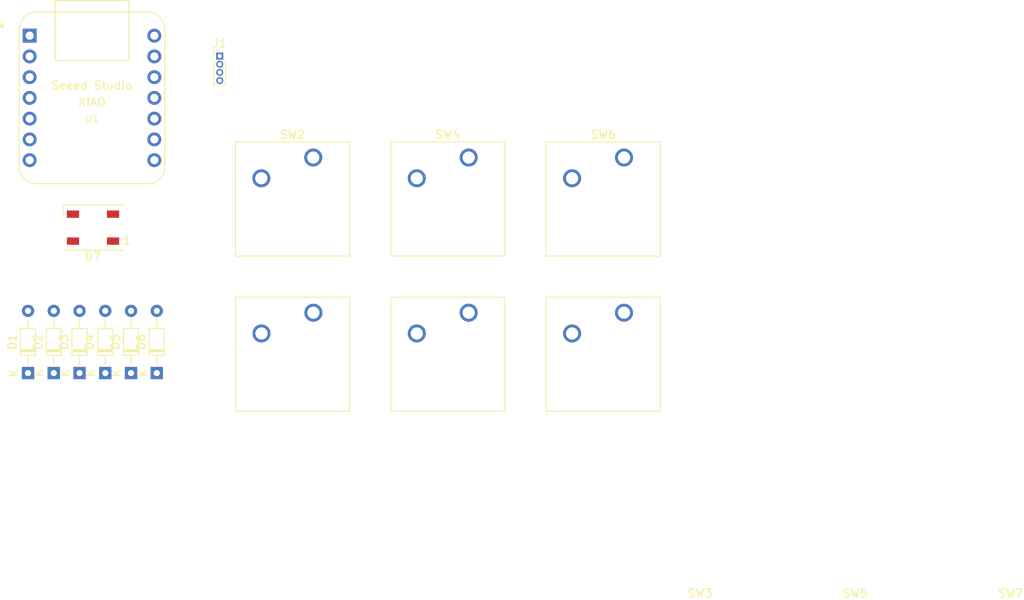
<source format=kicad_pcb>
(kicad_pcb (version 20240108) (generator "pcbnew") (generator_version "8.0")
  (layers (0 "F.Cu" signal) (31 "B.Cu" signal) (34 "B.Paste" user) (35 "F.Paste" user) (36 "B.SilkS" user "B.Silkscreen") (37 "F.SilkS" user "F.Silkscreen") (38 "B.Mask" user) (39 "F.Mask" user) (44 "Edge.Cuts" user))
  (net 0 "")
  (net 1 "GND")
  (net 5 "Net-(D1-A)")
  (net 6 "Col1")
  (net 7 "Net-(D2-A)")
  (net 8 "Net-(D3-A)")
  (net 9 "Net-(D4-A)")
  (net 10 "Net-(D5-A)")
  (net 11 "Net-(D6-A)")
  (net 12 "VCC")
  (net 13 "NEOPIXEL")
  (net 15 "SDA")
  (net 16 "SCL")
  (footprint "Button_Switch_Keyboard:SW_Cherry_MX_1.00u_PCB" (layer "F.Cu") (at 204.96 98.42)
    (property "Reference" "SW7" (at 47.3 34.366 0) (layer "F.SilkS"))
    (property "Value" "SW_Push")
    (fp_line (start -9.525 -1.905) (end 4.445 -1.905) (stroke (width 0.12)) (layer "F.SilkS"))
    (fp_line (start -9.525 12.065) (end -9.525 -1.905) (stroke (width 0.12)) (layer "F.SilkS"))
    (fp_line (start 4.445 -1.905) (end 4.445 12.065) (stroke (width 0.12)) (layer "F.SilkS"))
    (fp_line (start 4.445 12.065) (end -9.525 12.065) (stroke (width 0.12)) (layer "F.SilkS"))
    (pad "" np_thru_hole circle (at -7.62 5.08) (size 1.7 1.7) (drill 1.7) (layers "*.Cu" "*.Mask"))
    (pad "" np_thru_hole circle (at -2.54 5.08) (size 4 4) (drill 4) (layers "*.Cu" "*.Mask"))
    (pad "" np_thru_hole circle (at 2.54 5.08) (size 1.7 1.7) (drill 1.7) (layers "*.Cu" "*.Mask"))
    (pad "1" thru_hole circle (at 0 0) (size 2.2 2.2) (drill 1.5) (layers "*.Cu" "*.Mask") (net 6 "Col1"))
    (pad "2" thru_hole circle (at -6.35 2.54) (size 2.2 2.2) (drill 1.5) (layers "*.Cu" "*.Mask") (net 11 "Net-(D6-A)"))
  )
  (footprint "Diode_THT:D_DO-34_SOD68_P7.62mm_Horizontal" (layer "F.Cu") (at 147.8 105.815 90)
    (property "Reference" "D6" (at 3.81 -1.92 90) (layer "F.SilkS"))
    (property "Value" "D")
    (fp_line (start 5.45 -0.92) (end 2.17 -0.92) (stroke (width 0.12)) (layer "F.SilkS"))
    (fp_line (start 2.866 -0.92) (end 2.866 0.92) (stroke (width 0.12)) (layer "F.SilkS"))
    (fp_line (start 2.746 -0.92) (end 2.746 0.92) (stroke (width 0.12)) (layer "F.SilkS"))
    (fp_line (start 2.626 -0.92) (end 2.626 0.92) (stroke (width 0.12)) (layer "F.SilkS"))
    (fp_line (start 2.17 -0.92) (end 2.17 0.92) (stroke (width 0.12)) (layer "F.SilkS"))
    (fp_line (start 6.63 0) (end 5.45 0) (stroke (width 0.12)) (layer "F.SilkS"))
    (fp_line (start 0.99 0) (end 2.17 0) (stroke (width 0.12)) (layer "F.SilkS"))
    (fp_line (start 5.45 0.92) (end 5.45 -0.92) (stroke (width 0.12)) (layer "F.SilkS"))
    (fp_line (start 2.17 0.92) (end 5.45 0.92) (stroke (width 0.12)) (layer "F.SilkS"))
    (fp_text user "K" (at 0 -1.75 90) (layer "F.SilkS"))
    (pad "1" thru_hole rect (at 0 0 90) (size 1.5 1.5) (drill 0.75) (layers "*.Cu" "*.Mask") (net 6 "Col1"))
    (pad "2" thru_hole oval (at 7.62 0 90) (size 1.5 1.5) (drill 0.75) (layers "*.Cu" "*.Mask") (net 11 "Net-(D6-A)"))
  )
  (footprint "Button_Switch_Keyboard:SW_Cherry_MX_1.00u_PCB" (layer "F.Cu") (at 166.96 98.42)
    (property "Reference" "SW3" (at 47.3 34.366 0) (layer "F.SilkS"))
    (property "Value" "SW_Push")
    (fp_line (start -9.525 -1.905) (end 4.445 -1.905) (stroke (width 0.12)) (layer "F.SilkS"))
    (fp_line (start -9.525 12.065) (end -9.525 -1.905) (stroke (width 0.12)) (layer "F.SilkS"))
    (fp_line (start 4.445 -1.905) (end 4.445 12.065) (stroke (width 0.12)) (layer "F.SilkS"))
    (fp_line (start 4.445 12.065) (end -9.525 12.065) (stroke (width 0.12)) (layer "F.SilkS"))
    (pad "" np_thru_hole circle (at -7.62 5.08) (size 1.7 1.7) (drill 1.7) (layers "*.Cu" "*.Mask"))
    (pad "" np_thru_hole circle (at -2.54 5.08) (size 4 4) (drill 4) (layers "*.Cu" "*.Mask"))
    (pad "" np_thru_hole circle (at 2.54 5.08) (size 1.7 1.7) (drill 1.7) (layers "*.Cu" "*.Mask"))
    (pad "1" thru_hole circle (at 0 0) (size 2.2 2.2) (drill 1.5) (layers "*.Cu" "*.Mask") (net 6 "Col1"))
    (pad "2" thru_hole circle (at -6.35 2.54) (size 2.2 2.2) (drill 1.5) (layers "*.Cu" "*.Mask") (net 9 "Net-(D4-A)"))
  )
  (footprint "Connector_PinHeader_1.00mm:PinHeader_1x04_P1.00mm_Vertical" (layer "F.Cu") (at 155.5 67)
    (property "Reference" "J1" (at 0 -1.56 0) (layer "F.SilkS"))
    (property "Value" "Oled Pins")
    (fp_line (start -0.695 -0.685) (end 0 -0.685) (stroke (width 0.12)) (layer "F.SilkS"))
    (fp_line (start -0.695 0) (end -0.695 -0.685) (stroke (width 0.12)) (layer "F.SilkS"))
    (fp_line (start -0.695 0.685) (end -0.695 3.56) (stroke (width 0.12)) (layer "F.SilkS"))
    (fp_line (start -0.695 0.685) (end -0.608276 0.685) (stroke (width 0.12)) (layer "F.SilkS"))
    (fp_line (start -0.695 3.56) (end -0.394493 3.56) (stroke (width 0.12)) (layer "F.SilkS"))
    (fp_line (start 0.394493 3.56) (end 0.695 3.56) (stroke (width 0.12)) (layer "F.SilkS"))
    (fp_line (start 0.608276 0.685) (end 0.695 0.685) (stroke (width 0.12)) (layer "F.SilkS"))
    (fp_line (start 0.695 0.685) (end 0.695 3.56) (stroke (width 0.12)) (layer "F.SilkS"))
    (pad "1" thru_hole rect (at 0 0) (size 0.85 0.85) (drill 0.5) (layers "*.Cu" "*.Mask") (net 15 "SDA"))
    (pad "2" thru_hole oval (at 0 1) (size 0.85 0.85) (drill 0.5) (layers "*.Cu" "*.Mask") (net 16 "SCL"))
    (pad "3" thru_hole oval (at 0 2) (size 0.85 0.85) (drill 0.5) (layers "*.Cu" "*.Mask") (net 12 "VCC"))
    (pad "4" thru_hole oval (at 0 3) (size 0.85 0.85) (drill 0.5) (layers "*.Cu" "*.Mask") (net 1 "GND"))
  )
  (footprint "LED_SMD:LED_WS2812B_PLCC4_5.0x5.0mm_P3.2mm" (layer "F.Cu") (at 140 88 180)
    (property "Reference" "D7" (at 0 -3.5 360) (layer "F.SilkS"))
    (property "Value" "NeoPixel_THT")
    (fp_line (start 3.65 2.75) (end 3.65 1.6) (stroke (width 0.12)) (layer "F.SilkS"))
    (fp_line (start -3.65 2.75) (end 3.65 2.75) (stroke (width 0.12)) (layer "F.SilkS"))
    (fp_line (start -3.65 -2.75) (end 3.65 -2.75) (stroke (width 0.12)) (layer "F.SilkS"))
    (fp_text user "1" (at -4.15 -1.6 360) (layer "F.SilkS"))
    (pad "1" smd rect (at -2.45 -1.65 180) (size 1.5 0.9) (layers "F.Cu" "F.Paste" "F.Mask"))
    (pad "2" smd rect (at -2.45 1.65 180) (size 1.5 0.9) (layers "F.Cu" "F.Paste" "F.Mask") (net 1 "GND"))
    (pad "3" smd rect (at 2.45 1.65 180) (size 1.5 0.9) (layers "F.Cu" "F.Paste" "F.Mask") (net 12 "VCC"))
    (pad "4" smd rect (at 2.45 -1.65 180) (size 1.5 0.9) (layers "F.Cu" "F.Paste" "F.Mask") (net 13 "NEOPIXEL"))
  )
  (footprint "Diode_THT:D_DO-34_SOD68_P7.62mm_Horizontal" (layer "F.Cu") (at 138.35 105.815 90)
    (property "Reference" "D3" (at 3.81 -1.92 90) (layer "F.SilkS"))
    (property "Value" "D")
    (fp_line (start 5.45 -0.92) (end 2.17 -0.92) (stroke (width 0.12)) (layer "F.SilkS"))
    (fp_line (start 2.866 -0.92) (end 2.866 0.92) (stroke (width 0.12)) (layer "F.SilkS"))
    (fp_line (start 2.746 -0.92) (end 2.746 0.92) (stroke (width 0.12)) (layer "F.SilkS"))
    (fp_line (start 2.626 -0.92) (end 2.626 0.92) (stroke (width 0.12)) (layer "F.SilkS"))
    (fp_line (start 2.17 -0.92) (end 2.17 0.92) (stroke (width 0.12)) (layer "F.SilkS"))
    (fp_line (start 6.63 0) (end 5.45 0) (stroke (width 0.12)) (layer "F.SilkS"))
    (fp_line (start 0.99 0) (end 2.17 0) (stroke (width 0.12)) (layer "F.SilkS"))
    (fp_line (start 5.45 0.92) (end 5.45 -0.92) (stroke (width 0.12)) (layer "F.SilkS"))
    (fp_line (start 2.17 0.92) (end 5.45 0.92) (stroke (width 0.12)) (layer "F.SilkS"))
    (fp_text user "K" (at 0 -1.75 90) (layer "F.SilkS"))
    (pad "1" thru_hole rect (at 0 0 90) (size 1.5 1.5) (drill 0.75) (layers "*.Cu" "*.Mask") (net 6 "Col1"))
    (pad "2" thru_hole oval (at 7.62 0 90) (size 1.5 1.5) (drill 0.75) (layers "*.Cu" "*.Mask") (net 8 "Net-(D3-A)"))
  )
  (footprint "Diode_THT:D_DO-34_SOD68_P7.62mm_Horizontal" (layer "F.Cu") (at 135.2 105.815 90)
    (property "Reference" "D2" (at 3.81 -1.92 90) (layer "F.SilkS"))
    (property "Value" "D")
    (fp_line (start 5.45 -0.92) (end 2.17 -0.92) (stroke (width 0.12)) (layer "F.SilkS"))
    (fp_line (start 2.866 -0.92) (end 2.866 0.92) (stroke (width 0.12)) (layer "F.SilkS"))
    (fp_line (start 2.746 -0.92) (end 2.746 0.92) (stroke (width 0.12)) (layer "F.SilkS"))
    (fp_line (start 2.626 -0.92) (end 2.626 0.92) (stroke (width 0.12)) (layer "F.SilkS"))
    (fp_line (start 2.17 -0.92) (end 2.17 0.92) (stroke (width 0.12)) (layer "F.SilkS"))
    (fp_line (start 6.63 0) (end 5.45 0) (stroke (width 0.12)) (layer "F.SilkS"))
    (fp_line (start 0.99 0) (end 2.17 0) (stroke (width 0.12)) (layer "F.SilkS"))
    (fp_line (start 5.45 0.92) (end 5.45 -0.92) (stroke (width 0.12)) (layer "F.SilkS"))
    (fp_line (start 2.17 0.92) (end 5.45 0.92) (stroke (width 0.12)) (layer "F.SilkS"))
    (fp_text user "K" (at 0 -1.75 90) (layer "F.SilkS"))
    (pad "1" thru_hole rect (at 0 0 90) (size 1.5 1.5) (drill 0.75) (layers "*.Cu" "*.Mask") (net 6 "Col1"))
    (pad "2" thru_hole oval (at 7.62 0 90) (size 1.5 1.5) (drill 0.75) (layers "*.Cu" "*.Mask") (net 7 "Net-(D2-A)"))
  )
  (footprint "Seeed Studio XIAO Series Library:XIAO-Generic-Thruhole-14P-2.54-21X17.8MM" (layer "F.Cu") (at 139.875 72.12)
    (property "Reference" "U1" (at 0 2.54 0) (layer "F.SilkS") (effects (font (size 0.889 0.889) (thickness 0.1016))))
    (property "Value" "Seeed Studio XIAO SAMD21" (hide yes))
    (fp_line (start -8.9 -8.5) (end -8.9 8.5) (stroke (width 0.127)) (layer "F.SilkS"))
    (fp_line (start -6.9 10.5) (end 6.9 10.5) (stroke (width 0.127)) (layer "F.SilkS"))
    (fp_line (start -4.5 -11.92403) (end 4.5 -11.92403) (stroke (width 0.127)) (layer "F.SilkS"))
    (fp_line (start -4.5 -4.57073) (end -4.5 -11.92403) (stroke (width 0.127)) (layer "F.SilkS"))
    (fp_line (start 4.5 -11.92403) (end 4.5 -4.57073) (stroke (width 0.127)) (layer "F.SilkS"))
    (fp_line (start 4.5 -4.57073) (end -4.5 -4.57073) (stroke (width 0.127)) (layer "F.SilkS"))
    (fp_line (start 6.9 -10.49909) (end -6.9 -10.49909) (stroke (width 0.127)) (layer "F.SilkS"))
    (fp_line (start 8.9 8.5) (end 8.9 -8.5) (stroke (width 0.127)) (layer "F.SilkS"))
    (fp_arc (start -8.9 -8.5) (mid -8.301491 -9.901491) (end -6.9 -10.5) (stroke (width 0.12)) (layer "F.SilkS"))
    (fp_arc (start -6.9 10.5) (mid -8.301423 9.901423) (end -8.9 8.5) (stroke (width 0.12)) (layer "F.SilkS"))
    (fp_arc (start 6.9 -10.5) (mid 8.301492 -9.901492) (end 8.9 -8.5) (stroke (width 0.12)) (layer "F.SilkS"))
    (fp_arc (start 8.9 8.5) (mid 8.314214 9.914214) (end 6.9 10.5) (stroke (width 0.12)) (layer "F.SilkS"))
    (fp_circle (center -11 -8.8) (end -11 -9.054) (fill solid) (layer "F.SilkS"))
    (fp_poly (pts (xy -8.887715 -8.561705) (xy -8.884667 -8.610473) (xy -8.880603 -8.659494)) (stroke (width 0.0254)) (fill none) (layer "F.SilkS"))
    (fp_poly (pts (xy 8.889492 8.521574) (xy 8.887713 8.57085) (xy 8.884665 8.619618) (xy 8.880601 8.668639) (xy 8.875268 8.717407) (xy 8.868664 8.766175) (xy 8.861044 8.81469) (xy 8.852153 8.86295) (xy 8.842248 8.910955)) (stroke (width 0.0254)) (fill none) (layer "F.SilkS"))
    (fp_text user "Seeed Studio" (at 0 -1.5 0) (layer "F.SilkS"))
    (fp_text user "XIAO" (at 0 0.5 0) (layer "F.SilkS"))
    (pad "1" thru_hole rect (at -7.625 -7.62) (size 1.7 1.7) (drill 1) (layers "*.Cu" "*.Mask") (net 6 "Col1"))
    (pad "2" thru_hole circle (at -7.625 -5.08) (size 1.7 1.7) (drill 1) (layers "*.Cu" "*.Mask") (net 6 "Col1"))
    (pad "3" thru_hole circle (at -7.625 -2.54) (size 1.7 1.7) (drill 1) (layers "*.Cu" "*.Mask") (net 6 "Col1"))
    (pad "4" thru_hole circle (at -7.625 0) (size 1.7 1.7) (drill 1) (layers "*.Cu" "*.Mask") (net 6 "Col1"))
    (pad "5" thru_hole circle (at -7.625 2.54) (size 1.7 1.7) (drill 1) (layers "*.Cu" "*.Mask") (net 15 "SDA"))
    (pad "6" thru_hole circle (at -7.625 5.08 180) (size 1.7 1.7) (drill 1) (layers "*.Cu" "*.Mask") (net 16 "SCL"))
    (pad "7" thru_hole circle (at -7.625 7.62) (size 1.7 1.7) (drill 1) (layers "*.Cu" "*.Mask"))
    (pad "8" thru_hole circle (at 7.625 7.62) (size 1.7 1.7) (drill 1) (layers "*.Cu" "*.Mask"))
    (pad "9" thru_hole circle (at 7.625 5.08) (size 1.7 1.7) (drill 1) (layers "*.Cu" "*.Mask"))
    (pad "10" thru_hole circle (at 7.625 2.54) (size 1.7 1.7) (drill 1) (layers "*.Cu" "*.Mask") (net 6 "Col1"))
    (pad "11" thru_hole circle (at 7.625 0) (size 1.7 1.7) (drill 1) (layers "*.Cu" "*.Mask") (net 13 "NEOPIXEL"))
    (pad "12" thru_hole circle (at 7.625 -2.54) (size 1.7 1.7) (drill 1) (layers "*.Cu" "*.Mask"))
    (pad "13" thru_hole circle (at 7.625 -5.08) (size 1.7 1.7) (drill 1) (layers "*.Cu" "*.Mask") (net 1 "GND"))
    (pad "14" thru_hole circle (at 7.625 -7.62) (size 1.7 1.7) (drill 1) (layers "*.Cu" "*.Mask") (net 12 "VCC"))
  )
  (footprint "Diode_THT:D_DO-34_SOD68_P7.62mm_Horizontal" (layer "F.Cu") (at 144.65 105.815 90)
    (property "Reference" "D5" (at 3.81 -1.92 90) (layer "F.SilkS"))
    (property "Value" "D")
    (fp_line (start 5.45 -0.92) (end 2.17 -0.92) (stroke (width 0.12)) (layer "F.SilkS"))
    (fp_line (start 2.866 -0.92) (end 2.866 0.92) (stroke (width 0.12)) (layer "F.SilkS"))
    (fp_line (start 2.746 -0.92) (end 2.746 0.92) (stroke (width 0.12)) (layer "F.SilkS"))
    (fp_line (start 2.626 -0.92) (end 2.626 0.92) (stroke (width 0.12)) (layer "F.SilkS"))
    (fp_line (start 2.17 -0.92) (end 2.17 0.92) (stroke (width 0.12)) (layer "F.SilkS"))
    (fp_line (start 6.63 0) (end 5.45 0) (stroke (width 0.12)) (layer "F.SilkS"))
    (fp_line (start 0.99 0) (end 2.17 0) (stroke (width 0.12)) (layer "F.SilkS"))
    (fp_line (start 5.45 0.92) (end 5.45 -0.92) (stroke (width 0.12)) (layer "F.SilkS"))
    (fp_line (start 2.17 0.92) (end 5.45 0.92) (stroke (width 0.12)) (layer "F.SilkS"))
    (fp_text user "K" (at 0 -1.75 90) (layer "F.SilkS"))
    (pad "1" thru_hole rect (at 0 0 90) (size 1.5 1.5) (drill 0.75) (layers "*.Cu" "*.Mask") (net 6 "Col1"))
    (pad "2" thru_hole oval (at 7.62 0 90) (size 1.5 1.5) (drill 0.75) (layers "*.Cu" "*.Mask") (net 10 "Net-(D5-A)"))
  )
  (footprint "Diode_THT:D_DO-34_SOD68_P7.62mm_Horizontal" (layer "F.Cu") (at 132.05 105.815 90)
    (property "Reference" "D1" (at 3.81 -1.92 90) (layer "F.SilkS"))
    (property "Value" "D")
    (fp_line (start 5.45 -0.92) (end 2.17 -0.92) (stroke (width 0.12)) (layer "F.SilkS"))
    (fp_line (start 2.866 -0.92) (end 2.866 0.92) (stroke (width 0.12)) (layer "F.SilkS"))
    (fp_line (start 2.746 -0.92) (end 2.746 0.92) (stroke (width 0.12)) (layer "F.SilkS"))
    (fp_line (start 2.626 -0.92) (end 2.626 0.92) (stroke (width 0.12)) (layer "F.SilkS"))
    (fp_line (start 2.17 -0.92) (end 2.17 0.92) (stroke (width 0.12)) (layer "F.SilkS"))
    (fp_line (start 6.63 0) (end 5.45 0) (stroke (width 0.12)) (layer "F.SilkS"))
    (fp_line (start 0.99 0) (end 2.17 0) (stroke (width 0.12)) (layer "F.SilkS"))
    (fp_line (start 5.45 0.92) (end 5.45 -0.92) (stroke (width 0.12)) (layer "F.SilkS"))
    (fp_line (start 2.17 0.92) (end 5.45 0.92) (stroke (width 0.12)) (layer "F.SilkS"))
    (fp_text user "K" (at 0 -1.75 90) (layer "F.SilkS"))
    (pad "1" thru_hole rect (at 0 0 90) (size 1.5 1.5) (drill 0.75) (layers "*.Cu" "*.Mask") (net 6 "Col1"))
    (pad "2" thru_hole oval (at 7.62 0 90) (size 1.5 1.5) (drill 0.75) (layers "*.Cu" "*.Mask") (net 5 "Net-(D1-A)"))
  )
  (footprint "Button_Switch_Keyboard:SW_Cherry_MX_1.00u_PCB" (layer "F.Cu") (at 204.96 79.42)
    (property "Reference" "SW6" (at -2.54 -2.794 0) (layer "F.SilkS"))
    (property "Value" "SW_Push")
    (fp_line (start -9.525 -1.905) (end 4.445 -1.905) (stroke (width 0.12)) (layer "F.SilkS"))
    (fp_line (start -9.525 12.065) (end -9.525 -1.905) (stroke (width 0.12)) (layer "F.SilkS"))
    (fp_line (start 4.445 -1.905) (end 4.445 12.065) (stroke (width 0.12)) (layer "F.SilkS"))
    (fp_line (start 4.445 12.065) (end -9.525 12.065) (stroke (width 0.12)) (layer "F.SilkS"))
    (pad "" np_thru_hole circle (at -7.62 5.08) (size 1.7 1.7) (drill 1.7) (layers "*.Cu" "*.Mask"))
    (pad "" np_thru_hole circle (at -2.54 5.08) (size 4 4) (drill 4) (layers "*.Cu" "*.Mask"))
    (pad "" np_thru_hole circle (at 2.54 5.08) (size 1.7 1.7) (drill 1.7) (layers "*.Cu" "*.Mask"))
    (pad "1" thru_hole circle (at 0 0) (size 2.2 2.2) (drill 1.5) (layers "*.Cu" "*.Mask") (net 6 "Col1"))
    (pad "2" thru_hole circle (at -6.35 2.54) (size 2.2 2.2) (drill 1.5) (layers "*.Cu" "*.Mask") (net 8 "Net-(D3-A)"))
  )
  (footprint "Button_Switch_Keyboard:SW_Cherry_MX_1.00u_PCB" (layer "F.Cu") (at 166.94 79.42)
    (property "Reference" "SW2" (at -2.54 -2.794 0) (layer "F.SilkS"))
    (property "Value" "SW_Push")
    (fp_line (start -9.525 -1.905) (end 4.445 -1.905) (stroke (width 0.12)) (layer "F.SilkS"))
    (fp_line (start -9.525 12.065) (end -9.525 -1.905) (stroke (width 0.12)) (layer "F.SilkS"))
    (fp_line (start 4.445 -1.905) (end 4.445 12.065) (stroke (width 0.12)) (layer "F.SilkS"))
    (fp_line (start 4.445 12.065) (end -9.525 12.065) (stroke (width 0.12)) (layer "F.SilkS"))
    (pad "" np_thru_hole circle (at -7.62 5.08) (size 1.7 1.7) (drill 1.7) (layers "*.Cu" "*.Mask"))
    (pad "" np_thru_hole circle (at -2.54 5.08) (size 4 4) (drill 4) (layers "*.Cu" "*.Mask"))
    (pad "" np_thru_hole circle (at 2.54 5.08) (size 1.7 1.7) (drill 1.7) (layers "*.Cu" "*.Mask"))
    (pad "1" thru_hole circle (at 0 0) (size 2.2 2.2) (drill 1.5) (layers "*.Cu" "*.Mask") (net 6 "Col1"))
    (pad "2" thru_hole circle (at -6.35 2.54) (size 2.2 2.2) (drill 1.5) (layers "*.Cu" "*.Mask") (net 5 "Net-(D1-A)"))
  )
  (footprint "Diode_THT:D_DO-34_SOD68_P7.62mm_Horizontal" (layer "F.Cu") (at 141.5 105.815 90)
    (property "Reference" "D4" (at 3.81 -1.92 90) (layer "F.SilkS"))
    (property "Value" "D")
    (fp_line (start 5.45 -0.92) (end 2.17 -0.92) (stroke (width 0.12)) (layer "F.SilkS"))
    (fp_line (start 2.866 -0.92) (end 2.866 0.92) (stroke (width 0.12)) (layer "F.SilkS"))
    (fp_line (start 2.746 -0.92) (end 2.746 0.92) (stroke (width 0.12)) (layer "F.SilkS"))
    (fp_line (start 2.626 -0.92) (end 2.626 0.92) (stroke (width 0.12)) (layer "F.SilkS"))
    (fp_line (start 2.17 -0.92) (end 2.17 0.92) (stroke (width 0.12)) (layer "F.SilkS"))
    (fp_line (start 6.63 0) (end 5.45 0) (stroke (width 0.12)) (layer "F.SilkS"))
    (fp_line (start 0.99 0) (end 2.17 0) (stroke (width 0.12)) (layer "F.SilkS"))
    (fp_line (start 5.45 0.92) (end 5.45 -0.92) (stroke (width 0.12)) (layer "F.SilkS"))
    (fp_line (start 2.17 0.92) (end 5.45 0.92) (stroke (width 0.12)) (layer "F.SilkS"))
    (fp_text user "K" (at 0 -1.75 90) (layer "F.SilkS"))
    (pad "1" thru_hole rect (at 0 0 90) (size 1.5 1.5) (drill 0.75) (layers "*.Cu" "*.Mask") (net 6 "Col1"))
    (pad "2" thru_hole oval (at 7.62 0 90) (size 1.5 1.5) (drill 0.75) (layers "*.Cu" "*.Mask") (net 9 "Net-(D4-A)"))
  )
  (footprint "Button_Switch_Keyboard:SW_Cherry_MX_1.00u_PCB" (layer "F.Cu") (at 185.96 98.42)
    (property "Reference" "SW5" (at 47.3 34.366 0) (layer "F.SilkS"))
    (property "Value" "SW_Push")
    (fp_line (start -9.525 -1.905) (end 4.445 -1.905) (stroke (width 0.12)) (layer "F.SilkS"))
    (fp_line (start -9.525 12.065) (end -9.525 -1.905) (stroke (width 0.12)) (layer "F.SilkS"))
    (fp_line (start 4.445 -1.905) (end 4.445 12.065) (stroke (width 0.12)) (layer "F.SilkS"))
    (fp_line (start 4.445 12.065) (end -9.525 12.065) (stroke (width 0.12)) (layer "F.SilkS"))
    (pad "" np_thru_hole circle (at -7.62 5.08) (size 1.7 1.7) (drill 1.7) (layers "*.Cu" "*.Mask"))
    (pad "" np_thru_hole circle (at -2.54 5.08) (size 4 4) (drill 4) (layers "*.Cu" "*.Mask"))
    (pad "" np_thru_hole circle (at 2.54 5.08) (size 1.7 1.7) (drill 1.7) (layers "*.Cu" "*.Mask"))
    (pad "1" thru_hole circle (at 0 0) (size 2.2 2.2) (drill 1.5) (layers "*.Cu" "*.Mask") (net 6 "Col1"))
    (pad "2" thru_hole circle (at -6.35 2.54) (size 2.2 2.2) (drill 1.5) (layers "*.Cu" "*.Mask") (net 10 "Net-(D5-A)"))
  )
  (footprint "Button_Switch_Keyboard:SW_Cherry_MX_1.00u_PCB" (layer "F.Cu") (at 185.96 79.42)
    (property "Reference" "SW4" (at -2.54 -2.794 0) (layer "F.SilkS"))
    (property "Value" "SW_Push")
    (fp_line (start -9.525 -1.905) (end 4.445 -1.905) (stroke (width 0.12)) (layer "F.SilkS"))
    (fp_line (start -9.525 12.065) (end -9.525 -1.905) (stroke (width 0.12)) (layer "F.SilkS"))
    (fp_line (start 4.445 -1.905) (end 4.445 12.065) (stroke (width 0.12)) (layer "F.SilkS"))
    (fp_line (start 4.445 12.065) (end -9.525 12.065) (stroke (width 0.12)) (layer "F.SilkS"))
    (pad "" np_thru_hole circle (at -7.62 5.08) (size 1.7 1.7) (drill 1.7) (layers "*.Cu" "*.Mask"))
    (pad "" np_thru_hole circle (at -2.54 5.08) (size 4 4) (drill 4) (layers "*.Cu" "*.Mask"))
    (pad "" np_thru_hole circle (at 2.54 5.08) (size 1.7 1.7) (drill 1.7) (layers "*.Cu" "*.Mask"))
    (pad "1" thru_hole circle (at 0 0) (size 2.2 2.2) (drill 1.5) (layers "*.Cu" "*.Mask") (net 6 "Col1"))
    (pad "2" thru_hole circle (at -6.35 2.54) (size 2.2 2.2) (drill 1.5) (layers "*.Cu" "*.Mask") (net 7 "Net-(D2-A)"))
  )
)
</source>
